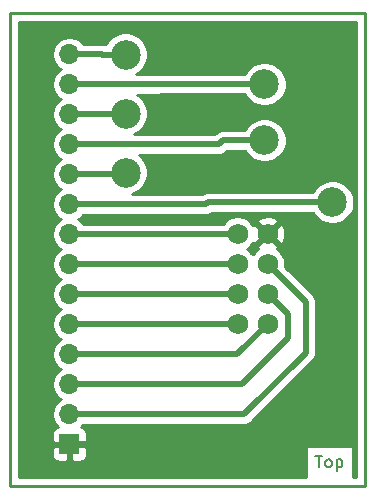
<source format=gbr>
%TF.GenerationSoftware,KiCad,Pcbnew,(5.1.6)-1*%
%TF.CreationDate,2021-10-20T11:15:12+02:00*%
%TF.ProjectId,Display_Backplate_v1,44697370-6c61-4795-9f42-61636b706c61,rev?*%
%TF.SameCoordinates,PX91e9840PY754d4c0*%
%TF.FileFunction,Copper,L1,Top*%
%TF.FilePolarity,Positive*%
%FSLAX46Y46*%
G04 Gerber Fmt 4.6, Leading zero omitted, Abs format (unit mm)*
G04 Created by KiCad (PCBNEW (5.1.6)-1) date 2021-10-20 11:15:12*
%MOMM*%
%LPD*%
G01*
G04 APERTURE LIST*
%TA.AperFunction,NonConductor*%
%ADD10C,0.150000*%
%TD*%
%TA.AperFunction,Profile*%
%ADD11C,0.250000*%
%TD*%
%TA.AperFunction,ComponentPad*%
%ADD12C,1.750000*%
%TD*%
%TA.AperFunction,SMDPad,CuDef*%
%ADD13C,2.500000*%
%TD*%
%TA.AperFunction,ComponentPad*%
%ADD14O,1.700000X1.700000*%
%TD*%
%TA.AperFunction,ComponentPad*%
%ADD15R,1.700000X1.700000*%
%TD*%
%TA.AperFunction,Conductor*%
%ADD16C,0.500000*%
%TD*%
%TA.AperFunction,Conductor*%
%ADD17C,0.254000*%
%TD*%
G04 APERTURE END LIST*
D10*
X25809523Y2547620D02*
X26380952Y2547620D01*
X26095238Y1547620D02*
X26095238Y2547620D01*
X26857142Y1547620D02*
X26761904Y1595239D01*
X26714285Y1642858D01*
X26666666Y1738096D01*
X26666666Y2023810D01*
X26714285Y2119048D01*
X26761904Y2166667D01*
X26857142Y2214286D01*
X27000000Y2214286D01*
X27095238Y2166667D01*
X27142857Y2119048D01*
X27190476Y2023810D01*
X27190476Y1738096D01*
X27142857Y1642858D01*
X27095238Y1595239D01*
X27000000Y1547620D01*
X26857142Y1547620D01*
X27619047Y2214286D02*
X27619047Y1214286D01*
X27619047Y2166667D02*
X27714285Y2214286D01*
X27904761Y2214286D01*
X28000000Y2166667D01*
X28047619Y2119048D01*
X28095238Y2023810D01*
X28095238Y1738096D01*
X28047619Y1642858D01*
X28000000Y1595239D01*
X27904761Y1547620D01*
X27714285Y1547620D01*
X27619047Y1595239D01*
D11*
X30000000Y0D02*
X30000000Y40000000D01*
X30000000Y0D02*
X0Y0D01*
X0Y40000000D02*
X30000000Y40000000D01*
X0Y0D02*
X0Y40000000D01*
D12*
%TO.P,J2,8*%
%TO.N,Net-(J1-Pad8)*%
X19230000Y21310000D03*
%TO.P,J2,7*%
%TO.N,Net-(J1-Pad7)*%
X19230000Y18770000D03*
%TO.P,J2,6*%
%TO.N,Net-(J1-Pad6)*%
X19230000Y16230000D03*
%TO.P,J2,5*%
%TO.N,Net-(J1-Pad5)*%
X19230000Y13690000D03*
%TO.P,J2,4*%
%TO.N,Net-(J1-Pad4)*%
X21770000Y13690000D03*
%TO.P,J2,3*%
%TO.N,Net-(J1-Pad3)*%
X21770000Y16230000D03*
%TO.P,J2,2*%
%TO.N,GND*%
X21770000Y18770000D03*
%TO.P,J2,1*%
%TO.N,+3V3*%
X21770000Y21310000D03*
%TD*%
D13*
%TO.P,TP6,1*%
%TO.N,Net-(J1-Pad14)*%
X9750000Y36500000D03*
%TD*%
%TO.P,TP5,1*%
%TO.N,Net-(J1-Pad13)*%
X21500000Y34000000D03*
%TD*%
%TO.P,TP4,1*%
%TO.N,Net-(J1-Pad12)*%
X9750000Y31500000D03*
%TD*%
%TO.P,TP3,1*%
%TO.N,Net-(J1-Pad11)*%
X21500000Y29250000D03*
%TD*%
%TO.P,TP2,1*%
%TO.N,Net-(J1-Pad10)*%
X9750000Y26500000D03*
%TD*%
%TO.P,TP1,1*%
%TO.N,Net-(J1-Pad9)*%
X27250000Y24000000D03*
%TD*%
D14*
%TO.P,J1,14*%
%TO.N,Net-(J1-Pad14)*%
X5000000Y36520000D03*
%TO.P,J1,13*%
%TO.N,Net-(J1-Pad13)*%
X5000000Y33980000D03*
%TO.P,J1,12*%
%TO.N,Net-(J1-Pad12)*%
X5000000Y31440000D03*
%TO.P,J1,11*%
%TO.N,Net-(J1-Pad11)*%
X5000000Y28900000D03*
%TO.P,J1,10*%
%TO.N,Net-(J1-Pad10)*%
X5000000Y26360000D03*
%TO.P,J1,9*%
%TO.N,Net-(J1-Pad9)*%
X5000000Y23820000D03*
%TO.P,J1,8*%
%TO.N,Net-(J1-Pad8)*%
X5000000Y21280000D03*
%TO.P,J1,7*%
%TO.N,Net-(J1-Pad7)*%
X5000000Y18740000D03*
%TO.P,J1,6*%
%TO.N,Net-(J1-Pad6)*%
X5000000Y16200000D03*
%TO.P,J1,5*%
%TO.N,Net-(J1-Pad5)*%
X5000000Y13660000D03*
%TO.P,J1,4*%
%TO.N,Net-(J1-Pad4)*%
X5000000Y11120000D03*
%TO.P,J1,3*%
%TO.N,Net-(J1-Pad3)*%
X5000000Y8580000D03*
%TO.P,J1,2*%
%TO.N,GND*%
X5000000Y6040000D03*
D15*
%TO.P,J1,1*%
%TO.N,+3V3*%
X5000000Y3500000D03*
%TD*%
D16*
%TO.N,Net-(J1-Pad14)*%
X9750000Y36500000D02*
X7750000Y36500000D01*
X7730000Y36520000D02*
X5000000Y36520000D01*
X7750000Y36500000D02*
X7730000Y36520000D01*
%TO.N,Net-(J1-Pad13)*%
X5000000Y33980000D02*
X12480000Y33980000D01*
X12500000Y34000000D02*
X21500000Y34000000D01*
X12480000Y33980000D02*
X12500000Y34000000D01*
%TO.N,Net-(J1-Pad12)*%
X9750000Y31500000D02*
X7500000Y31500000D01*
X7440000Y31440000D02*
X5000000Y31440000D01*
X7500000Y31500000D02*
X7440000Y31440000D01*
%TO.N,Net-(J1-Pad11)*%
X5000000Y28900000D02*
X17650000Y28900000D01*
X18000000Y29250000D02*
X21500000Y29250000D01*
X17650000Y28900000D02*
X18000000Y29250000D01*
%TO.N,Net-(J1-Pad10)*%
X9610000Y26360000D02*
X9750000Y26500000D01*
X5000000Y26360000D02*
X9610000Y26360000D01*
%TO.N,Net-(J1-Pad9)*%
X5000000Y23820000D02*
X16570000Y23820000D01*
X16750000Y24000000D02*
X27250000Y24000000D01*
X16570000Y23820000D02*
X16750000Y24000000D01*
%TO.N,Net-(J1-Pad8)*%
X5030000Y21310000D02*
X5000000Y21280000D01*
X19230000Y21310000D02*
X5030000Y21310000D01*
%TO.N,Net-(J1-Pad7)*%
X19200000Y18740000D02*
X19230000Y18770000D01*
X5000000Y18740000D02*
X19200000Y18740000D01*
%TO.N,Net-(J1-Pad6)*%
X5030000Y16230000D02*
X5000000Y16200000D01*
X19230000Y16230000D02*
X5030000Y16230000D01*
%TO.N,Net-(J1-Pad5)*%
X19200000Y13660000D02*
X19230000Y13690000D01*
X5000000Y13660000D02*
X19200000Y13660000D01*
%TO.N,Net-(J1-Pad4)*%
X19200000Y11120000D02*
X21770000Y13690000D01*
X5000000Y11120000D02*
X19200000Y11120000D01*
%TO.N,Net-(J1-Pad3)*%
X19580000Y8580000D02*
X23500000Y12500000D01*
X5000000Y8580000D02*
X19580000Y8580000D01*
X21770000Y16230000D02*
X23500000Y14500000D01*
X23500000Y14500000D02*
X23500000Y12500000D01*
%TO.N,GND*%
X19790000Y6040000D02*
X25000000Y11250000D01*
X5000000Y6040000D02*
X19790000Y6040000D01*
X25000000Y11250000D02*
X25000000Y15540000D01*
X21770000Y18770000D02*
X25000000Y15540000D01*
%TO.N,+3V3*%
X27000000Y10000000D02*
X20500000Y3500000D01*
X21770000Y21310000D02*
X27000000Y16080000D01*
X27000000Y16080000D02*
X27000000Y10000000D01*
X20500000Y3500000D02*
X5000000Y3500000D01*
%TD*%
D17*
%TO.N,+3V3*%
G36*
X29248000Y752000D02*
G01*
X28987715Y752000D01*
X28987715Y3384500D01*
X25012286Y3384500D01*
X25012286Y752000D01*
X752000Y752000D01*
X752000Y2650000D01*
X3511928Y2650000D01*
X3524188Y2525518D01*
X3560498Y2405820D01*
X3619463Y2295506D01*
X3698815Y2198815D01*
X3795506Y2119463D01*
X3905820Y2060498D01*
X4025518Y2024188D01*
X4150000Y2011928D01*
X4714250Y2015000D01*
X4873000Y2173750D01*
X4873000Y3373000D01*
X5127000Y3373000D01*
X5127000Y2173750D01*
X5285750Y2015000D01*
X5850000Y2011928D01*
X5974482Y2024188D01*
X6094180Y2060498D01*
X6204494Y2119463D01*
X6301185Y2198815D01*
X6380537Y2295506D01*
X6439502Y2405820D01*
X6475812Y2525518D01*
X6488072Y2650000D01*
X6485000Y3214250D01*
X6326250Y3373000D01*
X5127000Y3373000D01*
X4873000Y3373000D01*
X3673750Y3373000D01*
X3515000Y3214250D01*
X3511928Y2650000D01*
X752000Y2650000D01*
X752000Y4350000D01*
X3511928Y4350000D01*
X3515000Y3785750D01*
X3673750Y3627000D01*
X4873000Y3627000D01*
X4873000Y3647000D01*
X5127000Y3647000D01*
X5127000Y3627000D01*
X6326250Y3627000D01*
X6485000Y3785750D01*
X6488072Y4350000D01*
X6475812Y4474482D01*
X6439502Y4594180D01*
X6380537Y4704494D01*
X6301185Y4801185D01*
X6204494Y4880537D01*
X6094180Y4939502D01*
X6012940Y4964146D01*
X6147261Y5098467D01*
X6190381Y5163000D01*
X19746921Y5163000D01*
X19790000Y5158757D01*
X19833079Y5163000D01*
X19961922Y5175690D01*
X20127237Y5225838D01*
X20279592Y5307273D01*
X20413133Y5416867D01*
X20440597Y5450332D01*
X25589669Y10599404D01*
X25623133Y10626867D01*
X25732727Y10760408D01*
X25814162Y10912763D01*
X25864310Y11078078D01*
X25877000Y11206921D01*
X25877000Y11206922D01*
X25881243Y11250000D01*
X25877000Y11293079D01*
X25877000Y15496921D01*
X25881243Y15540000D01*
X25864310Y15711923D01*
X25814162Y15877237D01*
X25732726Y16029593D01*
X25650594Y16129672D01*
X25650592Y16129674D01*
X25623133Y16163133D01*
X25589674Y16190592D01*
X23253119Y18527146D01*
X23272000Y18622066D01*
X23272000Y18917934D01*
X23214279Y19208117D01*
X23101056Y19481464D01*
X22936680Y19727469D01*
X22727469Y19936680D01*
X22566307Y20044365D01*
X22636635Y20263760D01*
X21770000Y21130395D01*
X20903365Y20263760D01*
X20973693Y20044365D01*
X20812531Y19936680D01*
X20603320Y19727469D01*
X20500000Y19572840D01*
X20396680Y19727469D01*
X20187469Y19936680D01*
X20032840Y20040000D01*
X20187469Y20143320D01*
X20396680Y20352531D01*
X20504365Y20513693D01*
X20723760Y20443365D01*
X21590395Y21310000D01*
X21949605Y21310000D01*
X22816240Y20443365D01*
X23067868Y20524025D01*
X23196267Y20792329D01*
X23269855Y21080526D01*
X23285804Y21377543D01*
X23243501Y21671963D01*
X23144572Y21952474D01*
X23067868Y22095975D01*
X22816240Y22176635D01*
X21949605Y21310000D01*
X21590395Y21310000D01*
X20723760Y22176635D01*
X20504365Y22106307D01*
X20396680Y22267469D01*
X20307909Y22356240D01*
X20903365Y22356240D01*
X21770000Y21489605D01*
X22636635Y22356240D01*
X22555975Y22607868D01*
X22287671Y22736267D01*
X21999474Y22809855D01*
X21702457Y22825804D01*
X21408037Y22783501D01*
X21127526Y22684572D01*
X20984025Y22607868D01*
X20903365Y22356240D01*
X20307909Y22356240D01*
X20187469Y22476680D01*
X19941464Y22641056D01*
X19668117Y22754279D01*
X19377934Y22812000D01*
X19082066Y22812000D01*
X18791883Y22754279D01*
X18518536Y22641056D01*
X18272531Y22476680D01*
X18063320Y22267469D01*
X18009552Y22187000D01*
X6170335Y22187000D01*
X6147261Y22221533D01*
X5941533Y22427261D01*
X5757841Y22550000D01*
X5941533Y22672739D01*
X6147261Y22878467D01*
X6190381Y22943000D01*
X16526921Y22943000D01*
X16570000Y22938757D01*
X16613079Y22943000D01*
X16741922Y22955690D01*
X16907237Y23005838D01*
X17059592Y23087273D01*
X17103126Y23123000D01*
X25581615Y23123000D01*
X25586624Y23110907D01*
X25792039Y22803482D01*
X26053482Y22542039D01*
X26360907Y22336624D01*
X26702499Y22195132D01*
X27065132Y22123000D01*
X27434868Y22123000D01*
X27797501Y22195132D01*
X28139093Y22336624D01*
X28446518Y22542039D01*
X28707961Y22803482D01*
X28913376Y23110907D01*
X29054868Y23452499D01*
X29127000Y23815132D01*
X29127000Y24184868D01*
X29054868Y24547501D01*
X28913376Y24889093D01*
X28707961Y25196518D01*
X28446518Y25457961D01*
X28139093Y25663376D01*
X27797501Y25804868D01*
X27434868Y25877000D01*
X27065132Y25877000D01*
X26702499Y25804868D01*
X26360907Y25663376D01*
X26053482Y25457961D01*
X25792039Y25196518D01*
X25586624Y24889093D01*
X25581615Y24877000D01*
X16793069Y24877000D01*
X16749999Y24881242D01*
X16706930Y24877000D01*
X16706921Y24877000D01*
X16578078Y24864310D01*
X16412763Y24814162D01*
X16260408Y24732727D01*
X16216874Y24697000D01*
X10302011Y24697000D01*
X10639093Y24836624D01*
X10946518Y25042039D01*
X11207961Y25303482D01*
X11413376Y25610907D01*
X11554868Y25952499D01*
X11627000Y26315132D01*
X11627000Y26684868D01*
X11554868Y27047501D01*
X11413376Y27389093D01*
X11207961Y27696518D01*
X10946518Y27957961D01*
X10849180Y28023000D01*
X17606921Y28023000D01*
X17650000Y28018757D01*
X17693079Y28023000D01*
X17821922Y28035690D01*
X17987237Y28085838D01*
X18139592Y28167273D01*
X18273133Y28276867D01*
X18300597Y28310332D01*
X18363265Y28373000D01*
X19831615Y28373000D01*
X19836624Y28360907D01*
X20042039Y28053482D01*
X20303482Y27792039D01*
X20610907Y27586624D01*
X20952499Y27445132D01*
X21315132Y27373000D01*
X21684868Y27373000D01*
X22047501Y27445132D01*
X22389093Y27586624D01*
X22696518Y27792039D01*
X22957961Y28053482D01*
X23163376Y28360907D01*
X23304868Y28702499D01*
X23377000Y29065132D01*
X23377000Y29434868D01*
X23304868Y29797501D01*
X23163376Y30139093D01*
X22957961Y30446518D01*
X22696518Y30707961D01*
X22389093Y30913376D01*
X22047501Y31054868D01*
X21684868Y31127000D01*
X21315132Y31127000D01*
X20952499Y31054868D01*
X20610907Y30913376D01*
X20303482Y30707961D01*
X20042039Y30446518D01*
X19836624Y30139093D01*
X19831615Y30127000D01*
X18043079Y30127000D01*
X18000000Y30131243D01*
X17828077Y30114310D01*
X17662763Y30064162D01*
X17510408Y29982727D01*
X17376867Y29873133D01*
X17349403Y29839668D01*
X17286735Y29777000D01*
X10495148Y29777000D01*
X10639093Y29836624D01*
X10946518Y30042039D01*
X11207961Y30303482D01*
X11413376Y30610907D01*
X11554868Y30952499D01*
X11627000Y31315132D01*
X11627000Y31684868D01*
X11554868Y32047501D01*
X11413376Y32389093D01*
X11207961Y32696518D01*
X10946518Y32957961D01*
X10729452Y33103000D01*
X12436921Y33103000D01*
X12480000Y33098757D01*
X12523079Y33103000D01*
X12651922Y33115690D01*
X12676020Y33123000D01*
X19831615Y33123000D01*
X19836624Y33110907D01*
X20042039Y32803482D01*
X20303482Y32542039D01*
X20610907Y32336624D01*
X20952499Y32195132D01*
X21315132Y32123000D01*
X21684868Y32123000D01*
X22047501Y32195132D01*
X22389093Y32336624D01*
X22696518Y32542039D01*
X22957961Y32803482D01*
X23163376Y33110907D01*
X23304868Y33452499D01*
X23377000Y33815132D01*
X23377000Y34184868D01*
X23304868Y34547501D01*
X23163376Y34889093D01*
X22957961Y35196518D01*
X22696518Y35457961D01*
X22389093Y35663376D01*
X22047501Y35804868D01*
X21684868Y35877000D01*
X21315132Y35877000D01*
X20952499Y35804868D01*
X20610907Y35663376D01*
X20303482Y35457961D01*
X20042039Y35196518D01*
X19836624Y34889093D01*
X19831615Y34877000D01*
X12543069Y34877000D01*
X12499999Y34881242D01*
X12456930Y34877000D01*
X12456921Y34877000D01*
X12328078Y34864310D01*
X12303980Y34857000D01*
X10669588Y34857000D01*
X10946518Y35042039D01*
X11207961Y35303482D01*
X11413376Y35610907D01*
X11554868Y35952499D01*
X11627000Y36315132D01*
X11627000Y36684868D01*
X11554868Y37047501D01*
X11413376Y37389093D01*
X11207961Y37696518D01*
X10946518Y37957961D01*
X10639093Y38163376D01*
X10297501Y38304868D01*
X9934868Y38377000D01*
X9565132Y38377000D01*
X9202499Y38304868D01*
X8860907Y38163376D01*
X8553482Y37957961D01*
X8292039Y37696518D01*
X8086624Y37389093D01*
X8081615Y37377000D01*
X7926020Y37377000D01*
X7901922Y37384310D01*
X7773079Y37397000D01*
X7730000Y37401243D01*
X7686921Y37397000D01*
X6190381Y37397000D01*
X6147261Y37461533D01*
X5941533Y37667261D01*
X5699622Y37828901D01*
X5430825Y37940240D01*
X5145472Y37997000D01*
X4854528Y37997000D01*
X4569175Y37940240D01*
X4300378Y37828901D01*
X4058467Y37667261D01*
X3852739Y37461533D01*
X3691099Y37219622D01*
X3579760Y36950825D01*
X3523000Y36665472D01*
X3523000Y36374528D01*
X3579760Y36089175D01*
X3691099Y35820378D01*
X3852739Y35578467D01*
X4058467Y35372739D01*
X4242159Y35250000D01*
X4058467Y35127261D01*
X3852739Y34921533D01*
X3691099Y34679622D01*
X3579760Y34410825D01*
X3523000Y34125472D01*
X3523000Y33834528D01*
X3579760Y33549175D01*
X3691099Y33280378D01*
X3852739Y33038467D01*
X4058467Y32832739D01*
X4242159Y32710000D01*
X4058467Y32587261D01*
X3852739Y32381533D01*
X3691099Y32139622D01*
X3579760Y31870825D01*
X3523000Y31585472D01*
X3523000Y31294528D01*
X3579760Y31009175D01*
X3691099Y30740378D01*
X3852739Y30498467D01*
X4058467Y30292739D01*
X4242159Y30170000D01*
X4058467Y30047261D01*
X3852739Y29841533D01*
X3691099Y29599622D01*
X3579760Y29330825D01*
X3523000Y29045472D01*
X3523000Y28754528D01*
X3579760Y28469175D01*
X3691099Y28200378D01*
X3852739Y27958467D01*
X4058467Y27752739D01*
X4242159Y27630000D01*
X4058467Y27507261D01*
X3852739Y27301533D01*
X3691099Y27059622D01*
X3579760Y26790825D01*
X3523000Y26505472D01*
X3523000Y26214528D01*
X3579760Y25929175D01*
X3691099Y25660378D01*
X3852739Y25418467D01*
X4058467Y25212739D01*
X4242159Y25090000D01*
X4058467Y24967261D01*
X3852739Y24761533D01*
X3691099Y24519622D01*
X3579760Y24250825D01*
X3523000Y23965472D01*
X3523000Y23674528D01*
X3579760Y23389175D01*
X3691099Y23120378D01*
X3852739Y22878467D01*
X4058467Y22672739D01*
X4242159Y22550000D01*
X4058467Y22427261D01*
X3852739Y22221533D01*
X3691099Y21979622D01*
X3579760Y21710825D01*
X3523000Y21425472D01*
X3523000Y21134528D01*
X3579760Y20849175D01*
X3691099Y20580378D01*
X3852739Y20338467D01*
X4058467Y20132739D01*
X4242159Y20010000D01*
X4058467Y19887261D01*
X3852739Y19681533D01*
X3691099Y19439622D01*
X3579760Y19170825D01*
X3523000Y18885472D01*
X3523000Y18594528D01*
X3579760Y18309175D01*
X3691099Y18040378D01*
X3852739Y17798467D01*
X4058467Y17592739D01*
X4242159Y17470000D01*
X4058467Y17347261D01*
X3852739Y17141533D01*
X3691099Y16899622D01*
X3579760Y16630825D01*
X3523000Y16345472D01*
X3523000Y16054528D01*
X3579760Y15769175D01*
X3691099Y15500378D01*
X3852739Y15258467D01*
X4058467Y15052739D01*
X4242159Y14930000D01*
X4058467Y14807261D01*
X3852739Y14601533D01*
X3691099Y14359622D01*
X3579760Y14090825D01*
X3523000Y13805472D01*
X3523000Y13514528D01*
X3579760Y13229175D01*
X3691099Y12960378D01*
X3852739Y12718467D01*
X4058467Y12512739D01*
X4242159Y12390000D01*
X4058467Y12267261D01*
X3852739Y12061533D01*
X3691099Y11819622D01*
X3579760Y11550825D01*
X3523000Y11265472D01*
X3523000Y10974528D01*
X3579760Y10689175D01*
X3691099Y10420378D01*
X3852739Y10178467D01*
X4058467Y9972739D01*
X4242159Y9850000D01*
X4058467Y9727261D01*
X3852739Y9521533D01*
X3691099Y9279622D01*
X3579760Y9010825D01*
X3523000Y8725472D01*
X3523000Y8434528D01*
X3579760Y8149175D01*
X3691099Y7880378D01*
X3852739Y7638467D01*
X4058467Y7432739D01*
X4242159Y7310000D01*
X4058467Y7187261D01*
X3852739Y6981533D01*
X3691099Y6739622D01*
X3579760Y6470825D01*
X3523000Y6185472D01*
X3523000Y5894528D01*
X3579760Y5609175D01*
X3691099Y5340378D01*
X3852739Y5098467D01*
X3987060Y4964146D01*
X3905820Y4939502D01*
X3795506Y4880537D01*
X3698815Y4801185D01*
X3619463Y4704494D01*
X3560498Y4594180D01*
X3524188Y4474482D01*
X3511928Y4350000D01*
X752000Y4350000D01*
X752000Y39248000D01*
X29248001Y39248000D01*
X29248000Y752000D01*
G37*
X29248000Y752000D02*
X28987715Y752000D01*
X28987715Y3384500D01*
X25012286Y3384500D01*
X25012286Y752000D01*
X752000Y752000D01*
X752000Y2650000D01*
X3511928Y2650000D01*
X3524188Y2525518D01*
X3560498Y2405820D01*
X3619463Y2295506D01*
X3698815Y2198815D01*
X3795506Y2119463D01*
X3905820Y2060498D01*
X4025518Y2024188D01*
X4150000Y2011928D01*
X4714250Y2015000D01*
X4873000Y2173750D01*
X4873000Y3373000D01*
X5127000Y3373000D01*
X5127000Y2173750D01*
X5285750Y2015000D01*
X5850000Y2011928D01*
X5974482Y2024188D01*
X6094180Y2060498D01*
X6204494Y2119463D01*
X6301185Y2198815D01*
X6380537Y2295506D01*
X6439502Y2405820D01*
X6475812Y2525518D01*
X6488072Y2650000D01*
X6485000Y3214250D01*
X6326250Y3373000D01*
X5127000Y3373000D01*
X4873000Y3373000D01*
X3673750Y3373000D01*
X3515000Y3214250D01*
X3511928Y2650000D01*
X752000Y2650000D01*
X752000Y4350000D01*
X3511928Y4350000D01*
X3515000Y3785750D01*
X3673750Y3627000D01*
X4873000Y3627000D01*
X4873000Y3647000D01*
X5127000Y3647000D01*
X5127000Y3627000D01*
X6326250Y3627000D01*
X6485000Y3785750D01*
X6488072Y4350000D01*
X6475812Y4474482D01*
X6439502Y4594180D01*
X6380537Y4704494D01*
X6301185Y4801185D01*
X6204494Y4880537D01*
X6094180Y4939502D01*
X6012940Y4964146D01*
X6147261Y5098467D01*
X6190381Y5163000D01*
X19746921Y5163000D01*
X19790000Y5158757D01*
X19833079Y5163000D01*
X19961922Y5175690D01*
X20127237Y5225838D01*
X20279592Y5307273D01*
X20413133Y5416867D01*
X20440597Y5450332D01*
X25589669Y10599404D01*
X25623133Y10626867D01*
X25732727Y10760408D01*
X25814162Y10912763D01*
X25864310Y11078078D01*
X25877000Y11206921D01*
X25877000Y11206922D01*
X25881243Y11250000D01*
X25877000Y11293079D01*
X25877000Y15496921D01*
X25881243Y15540000D01*
X25864310Y15711923D01*
X25814162Y15877237D01*
X25732726Y16029593D01*
X25650594Y16129672D01*
X25650592Y16129674D01*
X25623133Y16163133D01*
X25589674Y16190592D01*
X23253119Y18527146D01*
X23272000Y18622066D01*
X23272000Y18917934D01*
X23214279Y19208117D01*
X23101056Y19481464D01*
X22936680Y19727469D01*
X22727469Y19936680D01*
X22566307Y20044365D01*
X22636635Y20263760D01*
X21770000Y21130395D01*
X20903365Y20263760D01*
X20973693Y20044365D01*
X20812531Y19936680D01*
X20603320Y19727469D01*
X20500000Y19572840D01*
X20396680Y19727469D01*
X20187469Y19936680D01*
X20032840Y20040000D01*
X20187469Y20143320D01*
X20396680Y20352531D01*
X20504365Y20513693D01*
X20723760Y20443365D01*
X21590395Y21310000D01*
X21949605Y21310000D01*
X22816240Y20443365D01*
X23067868Y20524025D01*
X23196267Y20792329D01*
X23269855Y21080526D01*
X23285804Y21377543D01*
X23243501Y21671963D01*
X23144572Y21952474D01*
X23067868Y22095975D01*
X22816240Y22176635D01*
X21949605Y21310000D01*
X21590395Y21310000D01*
X20723760Y22176635D01*
X20504365Y22106307D01*
X20396680Y22267469D01*
X20307909Y22356240D01*
X20903365Y22356240D01*
X21770000Y21489605D01*
X22636635Y22356240D01*
X22555975Y22607868D01*
X22287671Y22736267D01*
X21999474Y22809855D01*
X21702457Y22825804D01*
X21408037Y22783501D01*
X21127526Y22684572D01*
X20984025Y22607868D01*
X20903365Y22356240D01*
X20307909Y22356240D01*
X20187469Y22476680D01*
X19941464Y22641056D01*
X19668117Y22754279D01*
X19377934Y22812000D01*
X19082066Y22812000D01*
X18791883Y22754279D01*
X18518536Y22641056D01*
X18272531Y22476680D01*
X18063320Y22267469D01*
X18009552Y22187000D01*
X6170335Y22187000D01*
X6147261Y22221533D01*
X5941533Y22427261D01*
X5757841Y22550000D01*
X5941533Y22672739D01*
X6147261Y22878467D01*
X6190381Y22943000D01*
X16526921Y22943000D01*
X16570000Y22938757D01*
X16613079Y22943000D01*
X16741922Y22955690D01*
X16907237Y23005838D01*
X17059592Y23087273D01*
X17103126Y23123000D01*
X25581615Y23123000D01*
X25586624Y23110907D01*
X25792039Y22803482D01*
X26053482Y22542039D01*
X26360907Y22336624D01*
X26702499Y22195132D01*
X27065132Y22123000D01*
X27434868Y22123000D01*
X27797501Y22195132D01*
X28139093Y22336624D01*
X28446518Y22542039D01*
X28707961Y22803482D01*
X28913376Y23110907D01*
X29054868Y23452499D01*
X29127000Y23815132D01*
X29127000Y24184868D01*
X29054868Y24547501D01*
X28913376Y24889093D01*
X28707961Y25196518D01*
X28446518Y25457961D01*
X28139093Y25663376D01*
X27797501Y25804868D01*
X27434868Y25877000D01*
X27065132Y25877000D01*
X26702499Y25804868D01*
X26360907Y25663376D01*
X26053482Y25457961D01*
X25792039Y25196518D01*
X25586624Y24889093D01*
X25581615Y24877000D01*
X16793069Y24877000D01*
X16749999Y24881242D01*
X16706930Y24877000D01*
X16706921Y24877000D01*
X16578078Y24864310D01*
X16412763Y24814162D01*
X16260408Y24732727D01*
X16216874Y24697000D01*
X10302011Y24697000D01*
X10639093Y24836624D01*
X10946518Y25042039D01*
X11207961Y25303482D01*
X11413376Y25610907D01*
X11554868Y25952499D01*
X11627000Y26315132D01*
X11627000Y26684868D01*
X11554868Y27047501D01*
X11413376Y27389093D01*
X11207961Y27696518D01*
X10946518Y27957961D01*
X10849180Y28023000D01*
X17606921Y28023000D01*
X17650000Y28018757D01*
X17693079Y28023000D01*
X17821922Y28035690D01*
X17987237Y28085838D01*
X18139592Y28167273D01*
X18273133Y28276867D01*
X18300597Y28310332D01*
X18363265Y28373000D01*
X19831615Y28373000D01*
X19836624Y28360907D01*
X20042039Y28053482D01*
X20303482Y27792039D01*
X20610907Y27586624D01*
X20952499Y27445132D01*
X21315132Y27373000D01*
X21684868Y27373000D01*
X22047501Y27445132D01*
X22389093Y27586624D01*
X22696518Y27792039D01*
X22957961Y28053482D01*
X23163376Y28360907D01*
X23304868Y28702499D01*
X23377000Y29065132D01*
X23377000Y29434868D01*
X23304868Y29797501D01*
X23163376Y30139093D01*
X22957961Y30446518D01*
X22696518Y30707961D01*
X22389093Y30913376D01*
X22047501Y31054868D01*
X21684868Y31127000D01*
X21315132Y31127000D01*
X20952499Y31054868D01*
X20610907Y30913376D01*
X20303482Y30707961D01*
X20042039Y30446518D01*
X19836624Y30139093D01*
X19831615Y30127000D01*
X18043079Y30127000D01*
X18000000Y30131243D01*
X17828077Y30114310D01*
X17662763Y30064162D01*
X17510408Y29982727D01*
X17376867Y29873133D01*
X17349403Y29839668D01*
X17286735Y29777000D01*
X10495148Y29777000D01*
X10639093Y29836624D01*
X10946518Y30042039D01*
X11207961Y30303482D01*
X11413376Y30610907D01*
X11554868Y30952499D01*
X11627000Y31315132D01*
X11627000Y31684868D01*
X11554868Y32047501D01*
X11413376Y32389093D01*
X11207961Y32696518D01*
X10946518Y32957961D01*
X10729452Y33103000D01*
X12436921Y33103000D01*
X12480000Y33098757D01*
X12523079Y33103000D01*
X12651922Y33115690D01*
X12676020Y33123000D01*
X19831615Y33123000D01*
X19836624Y33110907D01*
X20042039Y32803482D01*
X20303482Y32542039D01*
X20610907Y32336624D01*
X20952499Y32195132D01*
X21315132Y32123000D01*
X21684868Y32123000D01*
X22047501Y32195132D01*
X22389093Y32336624D01*
X22696518Y32542039D01*
X22957961Y32803482D01*
X23163376Y33110907D01*
X23304868Y33452499D01*
X23377000Y33815132D01*
X23377000Y34184868D01*
X23304868Y34547501D01*
X23163376Y34889093D01*
X22957961Y35196518D01*
X22696518Y35457961D01*
X22389093Y35663376D01*
X22047501Y35804868D01*
X21684868Y35877000D01*
X21315132Y35877000D01*
X20952499Y35804868D01*
X20610907Y35663376D01*
X20303482Y35457961D01*
X20042039Y35196518D01*
X19836624Y34889093D01*
X19831615Y34877000D01*
X12543069Y34877000D01*
X12499999Y34881242D01*
X12456930Y34877000D01*
X12456921Y34877000D01*
X12328078Y34864310D01*
X12303980Y34857000D01*
X10669588Y34857000D01*
X10946518Y35042039D01*
X11207961Y35303482D01*
X11413376Y35610907D01*
X11554868Y35952499D01*
X11627000Y36315132D01*
X11627000Y36684868D01*
X11554868Y37047501D01*
X11413376Y37389093D01*
X11207961Y37696518D01*
X10946518Y37957961D01*
X10639093Y38163376D01*
X10297501Y38304868D01*
X9934868Y38377000D01*
X9565132Y38377000D01*
X9202499Y38304868D01*
X8860907Y38163376D01*
X8553482Y37957961D01*
X8292039Y37696518D01*
X8086624Y37389093D01*
X8081615Y37377000D01*
X7926020Y37377000D01*
X7901922Y37384310D01*
X7773079Y37397000D01*
X7730000Y37401243D01*
X7686921Y37397000D01*
X6190381Y37397000D01*
X6147261Y37461533D01*
X5941533Y37667261D01*
X5699622Y37828901D01*
X5430825Y37940240D01*
X5145472Y37997000D01*
X4854528Y37997000D01*
X4569175Y37940240D01*
X4300378Y37828901D01*
X4058467Y37667261D01*
X3852739Y37461533D01*
X3691099Y37219622D01*
X3579760Y36950825D01*
X3523000Y36665472D01*
X3523000Y36374528D01*
X3579760Y36089175D01*
X3691099Y35820378D01*
X3852739Y35578467D01*
X4058467Y35372739D01*
X4242159Y35250000D01*
X4058467Y35127261D01*
X3852739Y34921533D01*
X3691099Y34679622D01*
X3579760Y34410825D01*
X3523000Y34125472D01*
X3523000Y33834528D01*
X3579760Y33549175D01*
X3691099Y33280378D01*
X3852739Y33038467D01*
X4058467Y32832739D01*
X4242159Y32710000D01*
X4058467Y32587261D01*
X3852739Y32381533D01*
X3691099Y32139622D01*
X3579760Y31870825D01*
X3523000Y31585472D01*
X3523000Y31294528D01*
X3579760Y31009175D01*
X3691099Y30740378D01*
X3852739Y30498467D01*
X4058467Y30292739D01*
X4242159Y30170000D01*
X4058467Y30047261D01*
X3852739Y29841533D01*
X3691099Y29599622D01*
X3579760Y29330825D01*
X3523000Y29045472D01*
X3523000Y28754528D01*
X3579760Y28469175D01*
X3691099Y28200378D01*
X3852739Y27958467D01*
X4058467Y27752739D01*
X4242159Y27630000D01*
X4058467Y27507261D01*
X3852739Y27301533D01*
X3691099Y27059622D01*
X3579760Y26790825D01*
X3523000Y26505472D01*
X3523000Y26214528D01*
X3579760Y25929175D01*
X3691099Y25660378D01*
X3852739Y25418467D01*
X4058467Y25212739D01*
X4242159Y25090000D01*
X4058467Y24967261D01*
X3852739Y24761533D01*
X3691099Y24519622D01*
X3579760Y24250825D01*
X3523000Y23965472D01*
X3523000Y23674528D01*
X3579760Y23389175D01*
X3691099Y23120378D01*
X3852739Y22878467D01*
X4058467Y22672739D01*
X4242159Y22550000D01*
X4058467Y22427261D01*
X3852739Y22221533D01*
X3691099Y21979622D01*
X3579760Y21710825D01*
X3523000Y21425472D01*
X3523000Y21134528D01*
X3579760Y20849175D01*
X3691099Y20580378D01*
X3852739Y20338467D01*
X4058467Y20132739D01*
X4242159Y20010000D01*
X4058467Y19887261D01*
X3852739Y19681533D01*
X3691099Y19439622D01*
X3579760Y19170825D01*
X3523000Y18885472D01*
X3523000Y18594528D01*
X3579760Y18309175D01*
X3691099Y18040378D01*
X3852739Y17798467D01*
X4058467Y17592739D01*
X4242159Y17470000D01*
X4058467Y17347261D01*
X3852739Y17141533D01*
X3691099Y16899622D01*
X3579760Y16630825D01*
X3523000Y16345472D01*
X3523000Y16054528D01*
X3579760Y15769175D01*
X3691099Y15500378D01*
X3852739Y15258467D01*
X4058467Y15052739D01*
X4242159Y14930000D01*
X4058467Y14807261D01*
X3852739Y14601533D01*
X3691099Y14359622D01*
X3579760Y14090825D01*
X3523000Y13805472D01*
X3523000Y13514528D01*
X3579760Y13229175D01*
X3691099Y12960378D01*
X3852739Y12718467D01*
X4058467Y12512739D01*
X4242159Y12390000D01*
X4058467Y12267261D01*
X3852739Y12061533D01*
X3691099Y11819622D01*
X3579760Y11550825D01*
X3523000Y11265472D01*
X3523000Y10974528D01*
X3579760Y10689175D01*
X3691099Y10420378D01*
X3852739Y10178467D01*
X4058467Y9972739D01*
X4242159Y9850000D01*
X4058467Y9727261D01*
X3852739Y9521533D01*
X3691099Y9279622D01*
X3579760Y9010825D01*
X3523000Y8725472D01*
X3523000Y8434528D01*
X3579760Y8149175D01*
X3691099Y7880378D01*
X3852739Y7638467D01*
X4058467Y7432739D01*
X4242159Y7310000D01*
X4058467Y7187261D01*
X3852739Y6981533D01*
X3691099Y6739622D01*
X3579760Y6470825D01*
X3523000Y6185472D01*
X3523000Y5894528D01*
X3579760Y5609175D01*
X3691099Y5340378D01*
X3852739Y5098467D01*
X3987060Y4964146D01*
X3905820Y4939502D01*
X3795506Y4880537D01*
X3698815Y4801185D01*
X3619463Y4704494D01*
X3560498Y4594180D01*
X3524188Y4474482D01*
X3511928Y4350000D01*
X752000Y4350000D01*
X752000Y39248000D01*
X29248001Y39248000D01*
X29248000Y752000D01*
%TD*%
M02*

</source>
